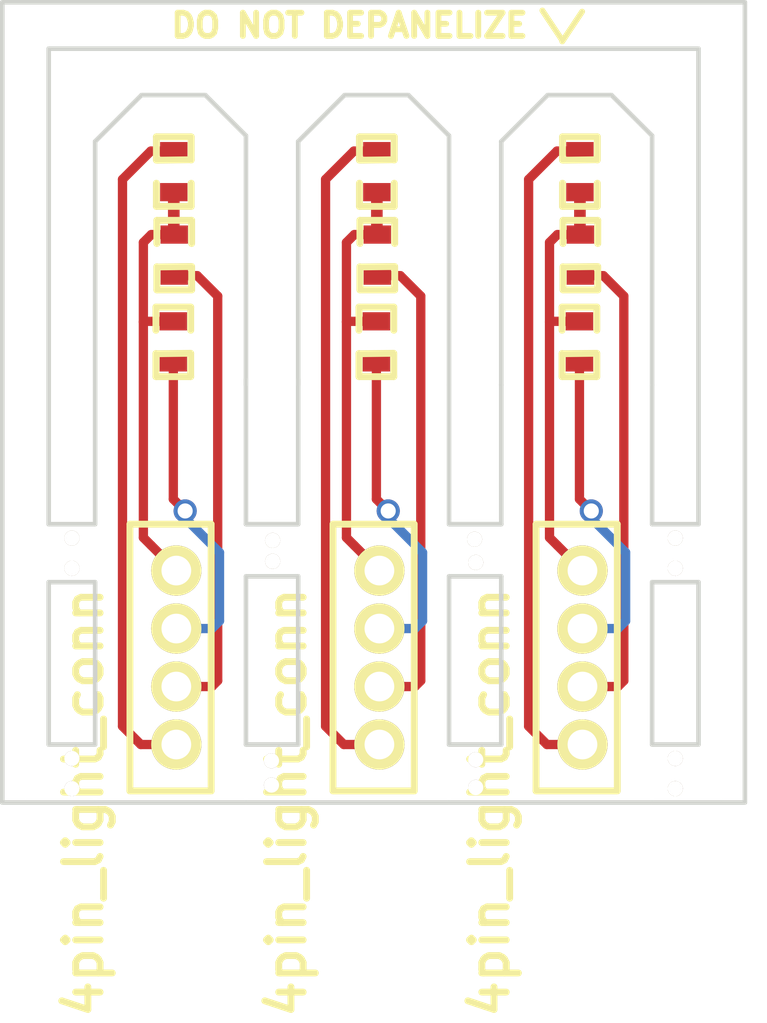
<source format=kicad_pcb>
(kicad_pcb (version 4) (host pcbnew "(2014-12-04 BZR 5312)-product")

  (general
    (links 0)
    (no_connects 8)
    (area 101.53319 59.893999 124.164991 80.7342)
    (thickness 1.6)
    (drawings 61)
    (tracks 87)
    (zones 0)
    (modules 28)
    (nets 5)
  )

  (page A4)
  (layers
    (0 F.Cu signal)
    (31 B.Cu signal)
    (32 B.Adhes user)
    (33 F.Adhes user)
    (34 B.Paste user)
    (35 F.Paste user)
    (36 B.SilkS user)
    (37 F.SilkS user)
    (38 B.Mask user)
    (39 F.Mask user)
    (40 Dwgs.User user)
    (41 Cmts.User user)
    (42 Eco1.User user)
    (43 Eco2.User user)
    (44 Edge.Cuts user)
    (45 Margin user)
    (46 B.CrtYd user)
    (47 F.CrtYd user)
    (48 B.Fab user)
    (49 F.Fab user)
  )

  (setup
    (last_trace_width 0.254)
    (user_trace_width 0.1524)
    (user_trace_width 0.1524)
    (user_trace_width 0.1524)
    (user_trace_width 0.1524)
    (user_trace_width 0.2032)
    (user_trace_width 0.2032)
    (user_trace_width 0.2032)
    (user_trace_width 0.2032)
    (user_trace_width 0.254)
    (user_trace_width 0.254)
    (user_trace_width 0.254)
    (user_trace_width 0.254)
    (trace_clearance 0.254)
    (zone_clearance 0.508)
    (zone_45_only no)
    (trace_min 0.1524)
    (segment_width 0.2)
    (edge_width 0.1)
    (via_size 0.889)
    (via_drill 0.635)
    (via_min_size 0.3302)
    (via_min_drill 0.3302)
    (user_via 0.3556 0.3302)
    (user_via 0.508 0.3302)
    (user_via 0.508 0.3302)
    (user_via 0.508 0.3302)
    (user_via 0.508 0.3302)
    (user_via 0.508 0.3302)
    (user_via 0.508 0.3302)
    (uvia_size 0.508)
    (uvia_drill 0.127)
    (uvias_allowed no)
    (uvia_min_size 0.508)
    (uvia_min_drill 0.127)
    (pcb_text_width 0.3)
    (pcb_text_size 1.5 1.5)
    (mod_edge_width 0.15)
    (mod_text_size 1 1)
    (mod_text_width 0.15)
    (pad_size 0.3302 0.3302)
    (pad_drill 0.3302)
    (pad_to_mask_clearance 0)
    (aux_axis_origin 0 0)
    (visible_elements 7FFEF77F)
    (pcbplotparams
      (layerselection 0x010f0_80000001)
      (usegerberextensions true)
      (excludeedgelayer true)
      (linewidth 0.100000)
      (plotframeref false)
      (viasonmask false)
      (mode 1)
      (useauxorigin false)
      (hpglpennumber 1)
      (hpglpenspeed 20)
      (hpglpendiameter 15)
      (hpglpenoverlay 2)
      (psnegative false)
      (psa4output false)
      (plotreference false)
      (plotvalue false)
      (plotinvisibletext false)
      (padsonsilk false)
      (subtractmaskfromsilk false)
      (outputformat 1)
      (mirror false)
      (drillshape 0)
      (scaleselection 1)
      (outputdirectory C:/KiCad/Projects/AMRR/Light/gerber_panel/))
  )

  (net 0 "")
  (net 1 PIN1)
  (net 2 PIN2)
  (net 3 PIN3)
  (net 4 VIN)

  (net_class Default "This is the default net class."
    (clearance 0.254)
    (trace_width 0.254)
    (via_dia 0.889)
    (via_drill 0.635)
    (uvia_dia 0.508)
    (uvia_drill 0.127)
    (add_net PIN1)
    (add_net PIN2)
    (add_net PIN3)
    (add_net VIN)
  )

  (module custom_footprints:4_pin_light_conn (layer F.Cu) (tedit 5515A907) (tstamp 5515AFB5)
    (at 112.522 76.2 90)
    (path /5515A9E2)
    (fp_text reference U1 (at 0 0 90) (layer F.SilkS) hide
      (effects (font (size 1.5 1.5) (thickness 0.15)))
    )
    (fp_text value 4pin_light_conn (at -1.27 -5.842 90) (layer F.SilkS)
      (effects (font (size 0.8 0.8) (thickness 0.15)))
    )
    (fp_line (start -1.016 -4.826) (end -1.016 -3.048) (layer F.SilkS) (width 0.15))
    (fp_line (start -1.016 -3.048) (end 4.826 -3.048) (layer F.SilkS) (width 0.15))
    (fp_line (start 4.826 -3.048) (end 4.826 -4.826) (layer F.SilkS) (width 0.15))
    (fp_line (start 4.826 -4.826) (end -1.016 -4.826) (layer F.SilkS) (width 0.15))
    (pad 1 thru_hole circle (at 0 -3.81 90) (size 1.1 1.1) (drill 0.65) (layers *.Cu *.Mask F.SilkS)
      (net 1 PIN1))
    (pad 2 thru_hole circle (at 1.27 -3.81 90) (size 1.1 1.1) (drill 0.65) (layers *.Cu *.Mask F.SilkS)
      (net 2 PIN2))
    (pad 3 thru_hole circle (at 2.54 -3.81 90) (size 1.1 1.1) (drill 0.65) (layers *.Cu *.Mask F.SilkS)
      (net 3 PIN3))
    (pad 4 thru_hole circle (at 3.81 -3.81 90) (size 1.1 1.1) (drill 0.65) (layers *.Cu *.Mask F.SilkS)
      (net 4 VIN))
  )

  (module custom_footprints:SMD-0402_LED (layer F.Cu) (tedit 55241461) (tstamp 5515AF89)
    (at 108.65612 63.6524 90)
    (path /5515A6DB)
    (attr smd)
    (fp_text reference D1 (at 0.0508 5.31368 180) (layer F.SilkS) hide
      (effects (font (size 1 1) (thickness 0.15)))
    )
    (fp_text value LED (at 0.15 1.65 90) (layer F.SilkS) hide
      (effects (font (size 1 1) (thickness 0.15)))
    )
    (fp_line (start 0.25 -0.38) (end 0.26 0.38) (layer F.SilkS) (width 0.15))
    (fp_line (start -0.254 -0.381) (end -0.762 -0.381) (layer F.SilkS) (width 0.15))
    (fp_line (start -0.762 -0.381) (end -0.762 0.381) (layer F.SilkS) (width 0.15))
    (fp_line (start -0.762 0.381) (end -0.254 0.381) (layer F.SilkS) (width 0.15))
    (fp_line (start 0.254 -0.381) (end 0.762 -0.381) (layer F.SilkS) (width 0.15))
    (fp_line (start 0.762 -0.381) (end 0.762 0.381) (layer F.SilkS) (width 0.15))
    (fp_line (start 0.762 0.381) (end 0.254 0.381) (layer F.SilkS) (width 0.15))
    (pad 1 smd rect (at -0.44958 0 90) (size 0.39878 0.59944) (layers F.Cu F.Paste F.Mask)
      (net 4 VIN))
    (pad 2 smd rect (at 0.44958 0 90) (size 0.39878 0.59944) (layers F.Cu F.Paste F.Mask)
      (net 1 PIN1))
    (model SMD_Packages/SMD-0402.wrl
      (at (xyz 0 0 0.002))
      (scale (xyz 0.05 0.05 0.05))
      (rotate (xyz 0 0 0))
    )
  )

  (module custom_footprints:SMD-0402_LED (layer F.Cu) (tedit 5515AA19) (tstamp 5515AF96)
    (at 108.66628 65.4812 270)
    (path /5515A7BB)
    (attr smd)
    (fp_text reference D2 (at -0.01 -1.73 270) (layer F.SilkS) hide
      (effects (font (size 1 1) (thickness 0.15)))
    )
    (fp_text value LED (at 0.15 1.65 270) (layer F.SilkS) hide
      (effects (font (size 1 1) (thickness 0.15)))
    )
    (fp_line (start 0.25 -0.38) (end 0.26 0.38) (layer F.SilkS) (width 0.15))
    (fp_line (start -0.254 -0.381) (end -0.762 -0.381) (layer F.SilkS) (width 0.15))
    (fp_line (start -0.762 -0.381) (end -0.762 0.381) (layer F.SilkS) (width 0.15))
    (fp_line (start -0.762 0.381) (end -0.254 0.381) (layer F.SilkS) (width 0.15))
    (fp_line (start 0.254 -0.381) (end 0.762 -0.381) (layer F.SilkS) (width 0.15))
    (fp_line (start 0.762 -0.381) (end 0.762 0.381) (layer F.SilkS) (width 0.15))
    (fp_line (start 0.762 0.381) (end 0.254 0.381) (layer F.SilkS) (width 0.15))
    (pad 1 smd rect (at -0.44958 0 270) (size 0.39878 0.59944) (layers F.Cu F.Paste F.Mask)
      (net 4 VIN))
    (pad 2 smd rect (at 0.44958 0 270) (size 0.39878 0.59944) (layers F.Cu F.Paste F.Mask)
      (net 2 PIN2))
    (model SMD_Packages/SMD-0402.wrl
      (at (xyz 0 0 0.002))
      (scale (xyz 0.05 0.05 0.05))
      (rotate (xyz 0 0 0))
    )
  )

  (module custom_footprints:SMD-0402_LED (layer F.Cu) (tedit 55241465) (tstamp 5515AFA3)
    (at 108.64596 67.38112 270)
    (path /5515A7E8)
    (attr smd)
    (fp_text reference D3 (at -0.10668 -5.14096 360) (layer F.SilkS) hide
      (effects (font (size 1 1) (thickness 0.15)))
    )
    (fp_text value LED (at 0.15 1.65 270) (layer F.SilkS) hide
      (effects (font (size 1 1) (thickness 0.15)))
    )
    (fp_line (start 0.25 -0.38) (end 0.26 0.38) (layer F.SilkS) (width 0.15))
    (fp_line (start -0.254 -0.381) (end -0.762 -0.381) (layer F.SilkS) (width 0.15))
    (fp_line (start -0.762 -0.381) (end -0.762 0.381) (layer F.SilkS) (width 0.15))
    (fp_line (start -0.762 0.381) (end -0.254 0.381) (layer F.SilkS) (width 0.15))
    (fp_line (start 0.254 -0.381) (end 0.762 -0.381) (layer F.SilkS) (width 0.15))
    (fp_line (start 0.762 -0.381) (end 0.762 0.381) (layer F.SilkS) (width 0.15))
    (fp_line (start 0.762 0.381) (end 0.254 0.381) (layer F.SilkS) (width 0.15))
    (pad 1 smd rect (at -0.44958 0 270) (size 0.39878 0.59944) (layers F.Cu F.Paste F.Mask)
      (net 4 VIN))
    (pad 2 smd rect (at 0.44958 0 270) (size 0.39878 0.59944) (layers F.Cu F.Paste F.Mask)
      (net 3 PIN3))
    (model SMD_Packages/SMD-0402.wrl
      (at (xyz 0 0 0.002))
      (scale (xyz 0.05 0.05 0.05))
      (rotate (xyz 0 0 0))
    )
  )

  (module custom_footprints:SMD-0402_LED (layer F.Cu) (tedit 55241461) (tstamp 5515AF89)
    (at 113.10112 63.6524 90)
    (path /5515A6DB)
    (attr smd)
    (fp_text reference D1 (at 0.0508 5.31368 180) (layer F.SilkS) hide
      (effects (font (size 1 1) (thickness 0.15)))
    )
    (fp_text value LED (at 0.15 1.65 90) (layer F.SilkS) hide
      (effects (font (size 1 1) (thickness 0.15)))
    )
    (fp_line (start 0.25 -0.38) (end 0.26 0.38) (layer F.SilkS) (width 0.15))
    (fp_line (start -0.254 -0.381) (end -0.762 -0.381) (layer F.SilkS) (width 0.15))
    (fp_line (start -0.762 -0.381) (end -0.762 0.381) (layer F.SilkS) (width 0.15))
    (fp_line (start -0.762 0.381) (end -0.254 0.381) (layer F.SilkS) (width 0.15))
    (fp_line (start 0.254 -0.381) (end 0.762 -0.381) (layer F.SilkS) (width 0.15))
    (fp_line (start 0.762 -0.381) (end 0.762 0.381) (layer F.SilkS) (width 0.15))
    (fp_line (start 0.762 0.381) (end 0.254 0.381) (layer F.SilkS) (width 0.15))
    (pad 1 smd rect (at -0.44958 0 90) (size 0.39878 0.59944) (layers F.Cu F.Paste F.Mask)
      (net 4 VIN))
    (pad 2 smd rect (at 0.44958 0 90) (size 0.39878 0.59944) (layers F.Cu F.Paste F.Mask)
      (net 1 PIN1))
    (model SMD_Packages/SMD-0402.wrl
      (at (xyz 0 0 0.002))
      (scale (xyz 0.05 0.05 0.05))
      (rotate (xyz 0 0 0))
    )
  )

  (module custom_footprints:SMD-0402_LED (layer F.Cu) (tedit 5515AA19) (tstamp 5515AF96)
    (at 113.11128 65.4812 270)
    (path /5515A7BB)
    (attr smd)
    (fp_text reference D2 (at -0.01 -1.73 270) (layer F.SilkS) hide
      (effects (font (size 1 1) (thickness 0.15)))
    )
    (fp_text value LED (at 0.15 1.65 270) (layer F.SilkS) hide
      (effects (font (size 1 1) (thickness 0.15)))
    )
    (fp_line (start 0.25 -0.38) (end 0.26 0.38) (layer F.SilkS) (width 0.15))
    (fp_line (start -0.254 -0.381) (end -0.762 -0.381) (layer F.SilkS) (width 0.15))
    (fp_line (start -0.762 -0.381) (end -0.762 0.381) (layer F.SilkS) (width 0.15))
    (fp_line (start -0.762 0.381) (end -0.254 0.381) (layer F.SilkS) (width 0.15))
    (fp_line (start 0.254 -0.381) (end 0.762 -0.381) (layer F.SilkS) (width 0.15))
    (fp_line (start 0.762 -0.381) (end 0.762 0.381) (layer F.SilkS) (width 0.15))
    (fp_line (start 0.762 0.381) (end 0.254 0.381) (layer F.SilkS) (width 0.15))
    (pad 1 smd rect (at -0.44958 0 270) (size 0.39878 0.59944) (layers F.Cu F.Paste F.Mask)
      (net 4 VIN))
    (pad 2 smd rect (at 0.44958 0 270) (size 0.39878 0.59944) (layers F.Cu F.Paste F.Mask)
      (net 2 PIN2))
    (model SMD_Packages/SMD-0402.wrl
      (at (xyz 0 0 0.002))
      (scale (xyz 0.05 0.05 0.05))
      (rotate (xyz 0 0 0))
    )
  )

  (module custom_footprints:SMD-0402_LED (layer F.Cu) (tedit 55241465) (tstamp 5515AFA3)
    (at 113.09096 67.38112 270)
    (path /5515A7E8)
    (attr smd)
    (fp_text reference D3 (at -0.10668 -5.14096 360) (layer F.SilkS) hide
      (effects (font (size 1 1) (thickness 0.15)))
    )
    (fp_text value LED (at 0.15 1.65 270) (layer F.SilkS) hide
      (effects (font (size 1 1) (thickness 0.15)))
    )
    (fp_line (start 0.25 -0.38) (end 0.26 0.38) (layer F.SilkS) (width 0.15))
    (fp_line (start -0.254 -0.381) (end -0.762 -0.381) (layer F.SilkS) (width 0.15))
    (fp_line (start -0.762 -0.381) (end -0.762 0.381) (layer F.SilkS) (width 0.15))
    (fp_line (start -0.762 0.381) (end -0.254 0.381) (layer F.SilkS) (width 0.15))
    (fp_line (start 0.254 -0.381) (end 0.762 -0.381) (layer F.SilkS) (width 0.15))
    (fp_line (start 0.762 -0.381) (end 0.762 0.381) (layer F.SilkS) (width 0.15))
    (fp_line (start 0.762 0.381) (end 0.254 0.381) (layer F.SilkS) (width 0.15))
    (pad 1 smd rect (at -0.44958 0 270) (size 0.39878 0.59944) (layers F.Cu F.Paste F.Mask)
      (net 4 VIN))
    (pad 2 smd rect (at 0.44958 0 270) (size 0.39878 0.59944) (layers F.Cu F.Paste F.Mask)
      (net 3 PIN3))
    (model SMD_Packages/SMD-0402.wrl
      (at (xyz 0 0 0.002))
      (scale (xyz 0.05 0.05 0.05))
      (rotate (xyz 0 0 0))
    )
  )

  (module custom_footprints:4_pin_light_conn (layer F.Cu) (tedit 5515A907) (tstamp 5515AFB5)
    (at 116.967 76.2 90)
    (path /5515A9E2)
    (fp_text reference U1 (at 0 0 90) (layer F.SilkS) hide
      (effects (font (size 1.5 1.5) (thickness 0.15)))
    )
    (fp_text value 4pin_light_conn (at -1.27 -5.842 90) (layer F.SilkS)
      (effects (font (size 0.8 0.8) (thickness 0.15)))
    )
    (fp_line (start -1.016 -4.826) (end -1.016 -3.048) (layer F.SilkS) (width 0.15))
    (fp_line (start -1.016 -3.048) (end 4.826 -3.048) (layer F.SilkS) (width 0.15))
    (fp_line (start 4.826 -3.048) (end 4.826 -4.826) (layer F.SilkS) (width 0.15))
    (fp_line (start 4.826 -4.826) (end -1.016 -4.826) (layer F.SilkS) (width 0.15))
    (pad 1 thru_hole circle (at 0 -3.81 90) (size 1.1 1.1) (drill 0.65) (layers *.Cu *.Mask F.SilkS)
      (net 1 PIN1))
    (pad 2 thru_hole circle (at 1.27 -3.81 90) (size 1.1 1.1) (drill 0.65) (layers *.Cu *.Mask F.SilkS)
      (net 2 PIN2))
    (pad 3 thru_hole circle (at 2.54 -3.81 90) (size 1.1 1.1) (drill 0.65) (layers *.Cu *.Mask F.SilkS)
      (net 3 PIN3))
    (pad 4 thru_hole circle (at 3.81 -3.81 90) (size 1.1 1.1) (drill 0.65) (layers *.Cu *.Mask F.SilkS)
      (net 4 VIN))
  )

  (module custom_footprints:SMD-0402_LED (layer F.Cu) (tedit 55241461) (tstamp 5515AF89)
    (at 117.54612 63.6524 90)
    (path /5515A6DB)
    (attr smd)
    (fp_text reference D1 (at 0.0508 5.31368 180) (layer F.SilkS) hide
      (effects (font (size 1 1) (thickness 0.15)))
    )
    (fp_text value LED (at 0.15 1.65 90) (layer F.SilkS) hide
      (effects (font (size 1 1) (thickness 0.15)))
    )
    (fp_line (start 0.25 -0.38) (end 0.26 0.38) (layer F.SilkS) (width 0.15))
    (fp_line (start -0.254 -0.381) (end -0.762 -0.381) (layer F.SilkS) (width 0.15))
    (fp_line (start -0.762 -0.381) (end -0.762 0.381) (layer F.SilkS) (width 0.15))
    (fp_line (start -0.762 0.381) (end -0.254 0.381) (layer F.SilkS) (width 0.15))
    (fp_line (start 0.254 -0.381) (end 0.762 -0.381) (layer F.SilkS) (width 0.15))
    (fp_line (start 0.762 -0.381) (end 0.762 0.381) (layer F.SilkS) (width 0.15))
    (fp_line (start 0.762 0.381) (end 0.254 0.381) (layer F.SilkS) (width 0.15))
    (pad 1 smd rect (at -0.44958 0 90) (size 0.39878 0.59944) (layers F.Cu F.Paste F.Mask)
      (net 4 VIN))
    (pad 2 smd rect (at 0.44958 0 90) (size 0.39878 0.59944) (layers F.Cu F.Paste F.Mask)
      (net 1 PIN1))
    (model SMD_Packages/SMD-0402.wrl
      (at (xyz 0 0 0.002))
      (scale (xyz 0.05 0.05 0.05))
      (rotate (xyz 0 0 0))
    )
  )

  (module custom_footprints:SMD-0402_LED (layer F.Cu) (tedit 5515AA19) (tstamp 5515AF96)
    (at 117.55628 65.4812 270)
    (path /5515A7BB)
    (attr smd)
    (fp_text reference D2 (at -0.01 -1.73 270) (layer F.SilkS) hide
      (effects (font (size 1 1) (thickness 0.15)))
    )
    (fp_text value LED (at 0.15 1.65 270) (layer F.SilkS) hide
      (effects (font (size 1 1) (thickness 0.15)))
    )
    (fp_line (start 0.25 -0.38) (end 0.26 0.38) (layer F.SilkS) (width 0.15))
    (fp_line (start -0.254 -0.381) (end -0.762 -0.381) (layer F.SilkS) (width 0.15))
    (fp_line (start -0.762 -0.381) (end -0.762 0.381) (layer F.SilkS) (width 0.15))
    (fp_line (start -0.762 0.381) (end -0.254 0.381) (layer F.SilkS) (width 0.15))
    (fp_line (start 0.254 -0.381) (end 0.762 -0.381) (layer F.SilkS) (width 0.15))
    (fp_line (start 0.762 -0.381) (end 0.762 0.381) (layer F.SilkS) (width 0.15))
    (fp_line (start 0.762 0.381) (end 0.254 0.381) (layer F.SilkS) (width 0.15))
    (pad 1 smd rect (at -0.44958 0 270) (size 0.39878 0.59944) (layers F.Cu F.Paste F.Mask)
      (net 4 VIN))
    (pad 2 smd rect (at 0.44958 0 270) (size 0.39878 0.59944) (layers F.Cu F.Paste F.Mask)
      (net 2 PIN2))
    (model SMD_Packages/SMD-0402.wrl
      (at (xyz 0 0 0.002))
      (scale (xyz 0.05 0.05 0.05))
      (rotate (xyz 0 0 0))
    )
  )

  (module custom_footprints:SMD-0402_LED (layer F.Cu) (tedit 55241465) (tstamp 5515AFA3)
    (at 117.53596 67.38112 270)
    (path /5515A7E8)
    (attr smd)
    (fp_text reference D3 (at -0.10668 -5.14096 360) (layer F.SilkS) hide
      (effects (font (size 1 1) (thickness 0.15)))
    )
    (fp_text value LED (at 0.15 1.65 270) (layer F.SilkS) hide
      (effects (font (size 1 1) (thickness 0.15)))
    )
    (fp_line (start 0.25 -0.38) (end 0.26 0.38) (layer F.SilkS) (width 0.15))
    (fp_line (start -0.254 -0.381) (end -0.762 -0.381) (layer F.SilkS) (width 0.15))
    (fp_line (start -0.762 -0.381) (end -0.762 0.381) (layer F.SilkS) (width 0.15))
    (fp_line (start -0.762 0.381) (end -0.254 0.381) (layer F.SilkS) (width 0.15))
    (fp_line (start 0.254 -0.381) (end 0.762 -0.381) (layer F.SilkS) (width 0.15))
    (fp_line (start 0.762 -0.381) (end 0.762 0.381) (layer F.SilkS) (width 0.15))
    (fp_line (start 0.762 0.381) (end 0.254 0.381) (layer F.SilkS) (width 0.15))
    (pad 1 smd rect (at -0.44958 0 270) (size 0.39878 0.59944) (layers F.Cu F.Paste F.Mask)
      (net 4 VIN))
    (pad 2 smd rect (at 0.44958 0 270) (size 0.39878 0.59944) (layers F.Cu F.Paste F.Mask)
      (net 3 PIN3))
    (model SMD_Packages/SMD-0402.wrl
      (at (xyz 0 0 0.002))
      (scale (xyz 0.05 0.05 0.05))
      (rotate (xyz 0 0 0))
    )
  )

  (module custom_footprints:4_pin_light_conn (layer F.Cu) (tedit 5515A907) (tstamp 5515AFB5)
    (at 121.412 76.2 90)
    (path /5515A9E2)
    (fp_text reference U1 (at 0 0 90) (layer F.SilkS) hide
      (effects (font (size 1.5 1.5) (thickness 0.15)))
    )
    (fp_text value 4pin_light_conn (at -1.27 -5.842 90) (layer F.SilkS)
      (effects (font (size 0.8 0.8) (thickness 0.15)))
    )
    (fp_line (start -1.016 -4.826) (end -1.016 -3.048) (layer F.SilkS) (width 0.15))
    (fp_line (start -1.016 -3.048) (end 4.826 -3.048) (layer F.SilkS) (width 0.15))
    (fp_line (start 4.826 -3.048) (end 4.826 -4.826) (layer F.SilkS) (width 0.15))
    (fp_line (start 4.826 -4.826) (end -1.016 -4.826) (layer F.SilkS) (width 0.15))
    (pad 1 thru_hole circle (at 0 -3.81 90) (size 1.1 1.1) (drill 0.65) (layers *.Cu *.Mask F.SilkS)
      (net 1 PIN1))
    (pad 2 thru_hole circle (at 1.27 -3.81 90) (size 1.1 1.1) (drill 0.65) (layers *.Cu *.Mask F.SilkS)
      (net 2 PIN2))
    (pad 3 thru_hole circle (at 2.54 -3.81 90) (size 1.1 1.1) (drill 0.65) (layers *.Cu *.Mask F.SilkS)
      (net 3 PIN3))
    (pad 4 thru_hole circle (at 3.81 -3.81 90) (size 1.1 1.1) (drill 0.65) (layers *.Cu *.Mask F.SilkS)
      (net 4 VIN))
  )

  (module custom:HOLE_min (layer F.Cu) (tedit 55249404) (tstamp 55249660)
    (at 110.7948 76.5556)
    (fp_text reference HOLE (at 0 2.54) (layer F.SilkS) hide
      (effects (font (size 1 1) (thickness 0.15)))
    )
    (fp_text value VAL** (at -2.54 -2.54) (layer F.SilkS) hide
      (effects (font (size 1 1) (thickness 0.15)))
    )
    (pad 1 thru_hole circle (at 0 0) (size 0.3302 0.3302) (drill 0.3302) (layers *.Cu *.Mask F.SilkS))
  )

  (module custom:HOLE_min (layer F.Cu) (tedit 55249404) (tstamp 55249669)
    (at 110.7948 77.089)
    (fp_text reference HOLE (at 0 2.54) (layer F.SilkS) hide
      (effects (font (size 1 1) (thickness 0.15)))
    )
    (fp_text value VAL** (at -2.54 -2.54) (layer F.SilkS) hide
      (effects (font (size 1 1) (thickness 0.15)))
    )
    (pad 1 thru_hole circle (at 0 0) (size 0.3302 0.3302) (drill 0.3302) (layers *.Cu *.Mask F.SilkS))
  )

  (module custom:HOLE_min (layer F.Cu) (tedit 55249404) (tstamp 55249672)
    (at 110.8202 71.7296)
    (fp_text reference HOLE (at 0 2.54) (layer F.SilkS) hide
      (effects (font (size 1 1) (thickness 0.15)))
    )
    (fp_text value VAL** (at -2.54 -2.54) (layer F.SilkS) hide
      (effects (font (size 1 1) (thickness 0.15)))
    )
    (pad 1 thru_hole circle (at 0 0) (size 0.3302 0.3302) (drill 0.3302) (layers *.Cu *.Mask F.SilkS))
  )

  (module custom:HOLE_min (layer F.Cu) (tedit 55249404) (tstamp 5524967B)
    (at 110.8202 72.1868)
    (fp_text reference HOLE (at 0 2.54) (layer F.SilkS) hide
      (effects (font (size 1 1) (thickness 0.15)))
    )
    (fp_text value VAL** (at -2.54 -2.54) (layer F.SilkS) hide
      (effects (font (size 1 1) (thickness 0.15)))
    )
    (pad 1 thru_hole circle (at 0 0) (size 0.3302 0.3302) (drill 0.3302) (layers *.Cu *.Mask F.SilkS))
  )

  (module custom:HOLE_min (layer F.Cu) (tedit 55249404) (tstamp 55249684)
    (at 115.2398 71.7042)
    (fp_text reference HOLE (at 0 2.54) (layer F.SilkS) hide
      (effects (font (size 1 1) (thickness 0.15)))
    )
    (fp_text value VAL** (at -2.54 -2.54) (layer F.SilkS) hide
      (effects (font (size 1 1) (thickness 0.15)))
    )
    (pad 1 thru_hole circle (at 0 0) (size 0.3302 0.3302) (drill 0.3302) (layers *.Cu *.Mask F.SilkS))
  )

  (module custom:HOLE_min (layer F.Cu) (tedit 55249404) (tstamp 5524968D)
    (at 115.2652 72.2122)
    (fp_text reference HOLE (at 0 2.54) (layer F.SilkS) hide
      (effects (font (size 1 1) (thickness 0.15)))
    )
    (fp_text value VAL** (at -2.54 -2.54) (layer F.SilkS) hide
      (effects (font (size 1 1) (thickness 0.15)))
    )
    (pad 1 thru_hole circle (at 0 0) (size 0.3302 0.3302) (drill 0.3302) (layers *.Cu *.Mask F.SilkS))
  )

  (module custom:HOLE_min (layer F.Cu) (tedit 55249404) (tstamp 55249696)
    (at 115.2652 76.5302)
    (fp_text reference HOLE (at 0 2.54) (layer F.SilkS) hide
      (effects (font (size 1 1) (thickness 0.15)))
    )
    (fp_text value VAL** (at -2.54 -2.54) (layer F.SilkS) hide
      (effects (font (size 1 1) (thickness 0.15)))
    )
    (pad 1 thru_hole circle (at 0 0) (size 0.3302 0.3302) (drill 0.3302) (layers *.Cu *.Mask F.SilkS))
  )

  (module custom:HOLE_min (layer F.Cu) (tedit 55249404) (tstamp 5524969F)
    (at 115.2652 77.1398)
    (fp_text reference HOLE (at 0 2.54) (layer F.SilkS) hide
      (effects (font (size 1 1) (thickness 0.15)))
    )
    (fp_text value VAL** (at -2.54 -2.54) (layer F.SilkS) hide
      (effects (font (size 1 1) (thickness 0.15)))
    )
    (pad 1 thru_hole circle (at 0 0) (size 0.3302 0.3302) (drill 0.3302) (layers *.Cu *.Mask F.SilkS))
  )

  (module custom:HOLE_min (layer F.Cu) (tedit 55249404) (tstamp 552496D3)
    (at 119.634 71.6788)
    (fp_text reference HOLE (at 0 2.54) (layer F.SilkS) hide
      (effects (font (size 1 1) (thickness 0.15)))
    )
    (fp_text value VAL** (at -2.54 -2.54) (layer F.SilkS) hide
      (effects (font (size 1 1) (thickness 0.15)))
    )
    (pad 1 thru_hole circle (at 0 0) (size 0.3302 0.3302) (drill 0.3302) (layers *.Cu *.Mask F.SilkS))
  )

  (module custom:HOLE_min (layer F.Cu) (tedit 55249404) (tstamp 552496DC)
    (at 119.634 72.3392)
    (fp_text reference HOLE (at 0 2.54) (layer F.SilkS) hide
      (effects (font (size 1 1) (thickness 0.15)))
    )
    (fp_text value VAL** (at -2.54 -2.54) (layer F.SilkS) hide
      (effects (font (size 1 1) (thickness 0.15)))
    )
    (pad 1 thru_hole circle (at 0 0) (size 0.3302 0.3302) (drill 0.3302) (layers *.Cu *.Mask F.SilkS))
  )

  (module custom:HOLE_min (layer F.Cu) (tedit 55249404) (tstamp 552496E5)
    (at 119.634 76.5048)
    (fp_text reference HOLE (at 0 2.54) (layer F.SilkS) hide
      (effects (font (size 1 1) (thickness 0.15)))
    )
    (fp_text value VAL** (at -2.54 -2.54) (layer F.SilkS) hide
      (effects (font (size 1 1) (thickness 0.15)))
    )
    (pad 1 thru_hole circle (at 0 0) (size 0.3302 0.3302) (drill 0.3302) (layers *.Cu *.Mask F.SilkS))
  )

  (module custom:HOLE_min (layer F.Cu) (tedit 55249404) (tstamp 552496EE)
    (at 119.634 77.1652)
    (fp_text reference HOLE (at 0 2.54) (layer F.SilkS) hide
      (effects (font (size 1 1) (thickness 0.15)))
    )
    (fp_text value VAL** (at -2.54 -2.54) (layer F.SilkS) hide
      (effects (font (size 1 1) (thickness 0.15)))
    )
    (pad 1 thru_hole circle (at 0 0) (size 0.3302 0.3302) (drill 0.3302) (layers *.Cu *.Mask F.SilkS))
  )

  (module custom:HOLE_min (layer F.Cu) (tedit 55249404) (tstamp 552496F7)
    (at 106.426 71.6788)
    (fp_text reference HOLE (at 0 2.54) (layer F.SilkS) hide
      (effects (font (size 1 1) (thickness 0.15)))
    )
    (fp_text value VAL** (at -2.54 -2.54) (layer F.SilkS) hide
      (effects (font (size 1 1) (thickness 0.15)))
    )
    (pad 1 thru_hole circle (at 0 0) (size 0.3302 0.3302) (drill 0.3302) (layers *.Cu *.Mask F.SilkS))
  )

  (module custom:HOLE_min (layer F.Cu) (tedit 55249404) (tstamp 55249700)
    (at 106.426 72.3392)
    (fp_text reference HOLE (at 0 2.54) (layer F.SilkS) hide
      (effects (font (size 1 1) (thickness 0.15)))
    )
    (fp_text value VAL** (at -2.54 -2.54) (layer F.SilkS) hide
      (effects (font (size 1 1) (thickness 0.15)))
    )
    (pad 1 thru_hole circle (at 0 0) (size 0.3302 0.3302) (drill 0.3302) (layers *.Cu *.Mask F.SilkS))
  )

  (module custom:HOLE_min (layer F.Cu) (tedit 55249404) (tstamp 55249709)
    (at 106.426 76.5048)
    (fp_text reference HOLE (at 0 2.54) (layer F.SilkS) hide
      (effects (font (size 1 1) (thickness 0.15)))
    )
    (fp_text value VAL** (at -2.54 -2.54) (layer F.SilkS) hide
      (effects (font (size 1 1) (thickness 0.15)))
    )
    (pad 1 thru_hole circle (at 0 0) (size 0.3302 0.3302) (drill 0.3302) (layers *.Cu *.Mask F.SilkS))
  )

  (module custom:HOLE_min (layer F.Cu) (tedit 55249404) (tstamp 55249712)
    (at 106.426 77.1652)
    (fp_text reference HOLE (at 0 2.54) (layer F.SilkS) hide
      (effects (font (size 1 1) (thickness 0.15)))
    )
    (fp_text value VAL** (at -2.54 -2.54) (layer F.SilkS) hide
      (effects (font (size 1 1) (thickness 0.15)))
    )
    (pad 1 thru_hole circle (at 0 0) (size 0.3302 0.3302) (drill 0.3302) (layers *.Cu *.Mask F.SilkS))
  )

  (gr_text "DO NOT DEPANELIZE \\/" (at 113.1316 60.452) (layer F.SilkS)
    (effects (font (size 0.508 0.508) (thickness 0.127)))
  )
  (gr_line (start 105.918 72.644) (end 105.918 76.2) (angle 90) (layer Edge.Cuts) (width 0.1))
  (gr_line (start 121.158 77.47) (end 120.65 77.47) (angle 90) (layer Edge.Cuts) (width 0.1))
  (gr_line (start 121.158 59.944) (end 121.158 77.47) (angle 90) (layer Edge.Cuts) (width 0.1))
  (gr_line (start 104.902 59.944) (end 121.158 59.944) (angle 90) (layer Edge.Cuts) (width 0.1))
  (gr_line (start 104.902 77.47) (end 104.902 59.944) (angle 90) (layer Edge.Cuts) (width 0.1))
  (gr_line (start 105.41 77.47) (end 104.902 77.47) (angle 90) (layer Edge.Cuts) (width 0.1))
  (gr_line (start 105.918 76.2) (end 106.934 76.2) (angle 90) (layer Edge.Cuts) (width 0.1))
  (gr_line (start 105.918 72.644) (end 106.934 72.644) (angle 90) (layer Edge.Cuts) (width 0.1))
  (gr_line (start 105.918 71.374) (end 106.934 71.374) (angle 90) (layer Edge.Cuts) (width 0.1))
  (gr_line (start 120.142 76.2) (end 119.126 76.2) (angle 90) (layer Edge.Cuts) (width 0.1))
  (gr_line (start 120.142 72.644) (end 120.142 76.2) (angle 90) (layer Edge.Cuts) (width 0.1))
  (gr_line (start 120.142 72.644) (end 119.126 72.644) (angle 90) (layer Edge.Cuts) (width 0.1))
  (gr_line (start 119.126 71.374) (end 120.142 71.374) (angle 90) (layer Edge.Cuts) (width 0.1))
  (gr_line (start 120.142 60.96) (end 105.918 60.96) (angle 90) (layer Edge.Cuts) (width 0.1))
  (gr_line (start 120.142 71.374) (end 120.142 60.96) (angle 90) (layer Edge.Cuts) (width 0.1))
  (gr_line (start 105.918 71.374) (end 105.918 60.96) (angle 90) (layer Edge.Cuts) (width 0.1))
  (gr_line (start 119.126 71.374) (end 119.126 68.326) (angle 90) (layer Edge.Cuts) (width 0.1))
  (gr_line (start 106.934 68.326) (end 106.934 71.374) (angle 90) (layer Edge.Cuts) (width 0.1))
  (gr_line (start 119.126 72.644) (end 119.126 76.2) (angle 90) (layer Edge.Cuts) (width 0.1))
  (gr_line (start 106.934 72.644) (end 106.934 76.2) (angle 90) (layer Edge.Cuts) (width 0.1))
  (gr_line (start 119.126 77.47) (end 120.65 77.47) (angle 90) (layer Edge.Cuts) (width 0.1))
  (gr_line (start 105.41 77.47) (end 106.934 77.47) (angle 90) (layer Edge.Cuts) (width 0.1))
  (gr_line (start 115.824 76.2) (end 115.824 72.517) (angle 90) (layer Edge.Cuts) (width 0.1))
  (gr_line (start 114.681 76.2) (end 115.824 76.2) (angle 90) (layer Edge.Cuts) (width 0.1))
  (gr_line (start 114.681 72.517) (end 114.681 76.2) (angle 90) (layer Edge.Cuts) (width 0.1))
  (gr_line (start 115.824 71.374) (end 115.824 68.326) (angle 90) (layer Edge.Cuts) (width 0.1))
  (gr_line (start 114.681 71.374) (end 115.824 71.374) (angle 90) (layer Edge.Cuts) (width 0.1))
  (gr_line (start 114.681 68.326) (end 114.681 71.374) (angle 90) (layer Edge.Cuts) (width 0.1))
  (gr_line (start 111.379 76.2) (end 111.379 72.517) (angle 90) (layer Edge.Cuts) (width 0.1))
  (gr_line (start 110.236 76.2) (end 111.379 76.2) (angle 90) (layer Edge.Cuts) (width 0.1))
  (gr_line (start 110.236 72.517) (end 110.236 76.2) (angle 90) (layer Edge.Cuts) (width 0.1))
  (gr_line (start 111.379 71.374) (end 111.379 68.199) (angle 90) (layer Edge.Cuts) (width 0.1))
  (gr_line (start 110.236 71.374) (end 111.379 71.374) (angle 90) (layer Edge.Cuts) (width 0.1))
  (gr_line (start 110.236 68.199) (end 110.236 71.374) (angle 90) (layer Edge.Cuts) (width 0.1))
  (gr_line (start 114.681 77.47) (end 115.824 77.47) (angle 90) (layer Edge.Cuts) (width 0.1))
  (gr_line (start 114.681 76.2) (end 115.824 76.2) (angle 90) (layer Edge.Cuts) (width 0.1))
  (gr_line (start 110.236 76.2) (end 111.379 76.2) (angle 90) (layer Edge.Cuts) (width 0.1))
  (gr_line (start 110.236 77.47) (end 111.379 77.47) (angle 90) (layer Edge.Cuts) (width 0.1))
  (gr_line (start 114.681 72.517) (end 115.824 72.517) (angle 90) (layer Edge.Cuts) (width 0.1))
  (gr_line (start 114.681 71.374) (end 115.824 71.374) (angle 90) (layer Edge.Cuts) (width 0.1))
  (gr_line (start 110.236 72.517) (end 111.379 72.517) (angle 90) (layer Edge.Cuts) (width 0.1))
  (gr_line (start 110.236 71.374) (end 111.379 71.374) (angle 90) (layer Edge.Cuts) (width 0.1))
  (gr_line (start 107.95 61.976) (end 109.347 61.976) (angle 90) (layer Edge.Cuts) (width 0.1))
  (gr_line (start 110.236 62.865) (end 109.347 61.976) (angle 90) (layer Edge.Cuts) (width 0.1))
  (gr_line (start 110.236 68.326) (end 110.236 62.865) (angle 90) (layer Edge.Cuts) (width 0.1))
  (gr_line (start 106.934 62.992) (end 107.95 61.976) (angle 90) (layer Edge.Cuts) (width 0.1))
  (gr_line (start 106.934 68.326) (end 106.934 62.992) (angle 90) (layer Edge.Cuts) (width 0.1))
  (gr_line (start 110.236 77.47) (end 106.934 77.47) (angle 90) (layer Edge.Cuts) (width 0.1))
  (gr_line (start 112.395 61.976) (end 113.792 61.976) (angle 90) (layer Edge.Cuts) (width 0.1))
  (gr_line (start 114.681 62.865) (end 113.792 61.976) (angle 90) (layer Edge.Cuts) (width 0.1))
  (gr_line (start 114.681 68.326) (end 114.681 62.865) (angle 90) (layer Edge.Cuts) (width 0.1))
  (gr_line (start 111.379 62.992) (end 112.395 61.976) (angle 90) (layer Edge.Cuts) (width 0.1))
  (gr_line (start 111.379 68.326) (end 111.379 62.992) (angle 90) (layer Edge.Cuts) (width 0.1))
  (gr_line (start 114.681 77.47) (end 111.379 77.47) (angle 90) (layer Edge.Cuts) (width 0.1))
  (gr_line (start 116.84 61.976) (end 118.237 61.976) (angle 90) (layer Edge.Cuts) (width 0.1))
  (gr_line (start 119.126 62.865) (end 118.237 61.976) (angle 90) (layer Edge.Cuts) (width 0.1))
  (gr_line (start 119.126 68.326) (end 119.126 62.865) (angle 90) (layer Edge.Cuts) (width 0.1))
  (gr_line (start 115.824 62.992) (end 116.84 61.976) (angle 90) (layer Edge.Cuts) (width 0.1))
  (gr_line (start 115.824 68.326) (end 115.824 62.992) (angle 90) (layer Edge.Cuts) (width 0.1))
  (gr_line (start 119.126 77.47) (end 115.824 77.47) (angle 90) (layer Edge.Cuts) (width 0.1))

  (segment (start 117.54612 63.20282) (end 117.0432 63.20282) (width 0.2032) (layer F.Cu) (net 1))
  (segment (start 117.0432 63.20282) (end 116.423429 63.822591) (width 0.2032) (layer F.Cu) (net 1))
  (segment (start 116.423429 63.822591) (end 116.423429 75.799246) (width 0.2032) (layer F.Cu) (net 1))
  (segment (start 116.423429 75.799246) (end 116.824183 76.2) (width 0.2032) (layer F.Cu) (net 1))
  (segment (start 116.824183 76.2) (end 117.602 76.2) (width 0.2032) (layer F.Cu) (net 1))
  (segment (start 113.10112 63.20282) (end 112.5982 63.20282) (width 0.2032) (layer F.Cu) (net 1))
  (segment (start 112.5982 63.20282) (end 111.978429 63.822591) (width 0.2032) (layer F.Cu) (net 1))
  (segment (start 111.978429 63.822591) (end 111.978429 75.799246) (width 0.2032) (layer F.Cu) (net 1))
  (segment (start 111.978429 75.799246) (end 112.379183 76.2) (width 0.2032) (layer F.Cu) (net 1))
  (segment (start 112.379183 76.2) (end 113.157 76.2) (width 0.2032) (layer F.Cu) (net 1))
  (segment (start 108.65612 63.20282) (end 108.1532 63.20282) (width 0.2032) (layer F.Cu) (net 1))
  (segment (start 108.1532 63.20282) (end 107.533429 63.822591) (width 0.2032) (layer F.Cu) (net 1))
  (segment (start 107.533429 63.822591) (end 107.533429 75.799246) (width 0.2032) (layer F.Cu) (net 1))
  (segment (start 107.533429 75.799246) (end 107.934183 76.2) (width 0.2032) (layer F.Cu) (net 1))
  (segment (start 107.934183 76.2) (end 108.712 76.2) (width 0.2032) (layer F.Cu) (net 1))
  (segment (start 117.55628 65.93078) (end 118.0592 65.93078) (width 0.2032) (layer F.Cu) (net 2))
  (segment (start 118.0592 65.93078) (end 118.507601 66.379181) (width 0.2032) (layer F.Cu) (net 2))
  (segment (start 118.507601 66.379181) (end 118.507601 74.802216) (width 0.2032) (layer F.Cu) (net 2))
  (segment (start 118.507601 74.802216) (end 118.379817 74.93) (width 0.2032) (layer F.Cu) (net 2))
  (segment (start 118.379817 74.93) (end 117.602 74.93) (width 0.2032) (layer F.Cu) (net 2))
  (segment (start 117.55628 65.93078) (end 117.65661 65.93078) (width 0.254) (layer F.Cu) (net 2))
  (segment (start 113.11128 65.93078) (end 113.6142 65.93078) (width 0.2032) (layer F.Cu) (net 2))
  (segment (start 113.6142 65.93078) (end 114.062601 66.379181) (width 0.2032) (layer F.Cu) (net 2))
  (segment (start 114.062601 66.379181) (end 114.062601 74.802216) (width 0.2032) (layer F.Cu) (net 2))
  (segment (start 114.062601 74.802216) (end 113.934817 74.93) (width 0.2032) (layer F.Cu) (net 2))
  (segment (start 113.934817 74.93) (end 113.157 74.93) (width 0.2032) (layer F.Cu) (net 2))
  (segment (start 113.11128 65.93078) (end 113.21161 65.93078) (width 0.254) (layer F.Cu) (net 2))
  (segment (start 108.66628 65.93078) (end 109.1692 65.93078) (width 0.2032) (layer F.Cu) (net 2))
  (segment (start 109.1692 65.93078) (end 109.617601 66.379181) (width 0.2032) (layer F.Cu) (net 2))
  (segment (start 109.617601 66.379181) (end 109.617601 74.802216) (width 0.2032) (layer F.Cu) (net 2))
  (segment (start 109.617601 74.802216) (end 109.489817 74.93) (width 0.2032) (layer F.Cu) (net 2))
  (segment (start 109.489817 74.93) (end 108.712 74.93) (width 0.2032) (layer F.Cu) (net 2))
  (segment (start 108.66628 65.93078) (end 108.76661 65.93078) (width 0.254) (layer F.Cu) (net 2))
  (segment (start 118.54688 71.99459) (end 118.54688 73.492937) (width 0.2032) (layer B.Cu) (net 3))
  (segment (start 118.54688 73.492937) (end 118.379817 73.66) (width 0.2032) (layer B.Cu) (net 3))
  (segment (start 118.379817 73.66) (end 117.602 73.66) (width 0.2032) (layer B.Cu) (net 3))
  (segment (start 117.79504 71.08444) (end 117.79504 71.24275) (width 0.2032) (layer B.Cu) (net 3))
  (segment (start 117.79504 71.24275) (end 118.54688 71.99459) (width 0.2032) (layer B.Cu) (net 3))
  (segment (start 117.53596 67.8307) (end 117.53596 70.82536) (width 0.2032) (layer F.Cu) (net 3))
  (segment (start 117.53596 70.82536) (end 117.79504 71.08444) (width 0.2032) (layer F.Cu) (net 3))
  (via (at 117.79504 71.08444) (size 0.508) (drill 0.3302) (layers F.Cu B.Cu) (net 3))
  (segment (start 114.10188 71.99459) (end 114.10188 73.492937) (width 0.2032) (layer B.Cu) (net 3))
  (segment (start 114.10188 73.492937) (end 113.934817 73.66) (width 0.2032) (layer B.Cu) (net 3))
  (segment (start 113.934817 73.66) (end 113.157 73.66) (width 0.2032) (layer B.Cu) (net 3))
  (segment (start 113.35004 71.08444) (end 113.35004 71.24275) (width 0.2032) (layer B.Cu) (net 3))
  (segment (start 113.35004 71.24275) (end 114.10188 71.99459) (width 0.2032) (layer B.Cu) (net 3))
  (segment (start 113.09096 67.8307) (end 113.09096 70.82536) (width 0.2032) (layer F.Cu) (net 3))
  (segment (start 113.09096 70.82536) (end 113.35004 71.08444) (width 0.2032) (layer F.Cu) (net 3))
  (via (at 113.35004 71.08444) (size 0.508) (drill 0.3302) (layers F.Cu B.Cu) (net 3))
  (segment (start 109.65688 71.99459) (end 109.65688 73.492937) (width 0.2032) (layer B.Cu) (net 3))
  (segment (start 109.65688 73.492937) (end 109.489817 73.66) (width 0.2032) (layer B.Cu) (net 3))
  (segment (start 109.489817 73.66) (end 108.712 73.66) (width 0.2032) (layer B.Cu) (net 3))
  (segment (start 108.90504 71.08444) (end 108.90504 71.24275) (width 0.2032) (layer B.Cu) (net 3))
  (segment (start 108.90504 71.24275) (end 109.65688 71.99459) (width 0.2032) (layer B.Cu) (net 3))
  (segment (start 108.64596 67.8307) (end 108.64596 70.82536) (width 0.2032) (layer F.Cu) (net 3))
  (segment (start 108.64596 70.82536) (end 108.90504 71.08444) (width 0.2032) (layer F.Cu) (net 3))
  (via (at 108.90504 71.08444) (size 0.508) (drill 0.3302) (layers F.Cu B.Cu) (net 3))
  (segment (start 116.880639 65.204341) (end 116.880639 66.944817) (width 0.2032) (layer F.Cu) (net 4))
  (segment (start 116.880639 66.944817) (end 116.880639 71.668639) (width 0.2032) (layer F.Cu) (net 4))
  (segment (start 117.53596 66.93154) (end 116.893916 66.93154) (width 0.2032) (layer F.Cu) (net 4))
  (segment (start 116.893916 66.93154) (end 116.880639 66.944817) (width 0.2032) (layer F.Cu) (net 4))
  (segment (start 117.55628 65.03162) (end 117.05336 65.03162) (width 0.2032) (layer F.Cu) (net 4))
  (segment (start 116.880639 71.668639) (end 117.052001 71.840001) (width 0.2032) (layer F.Cu) (net 4))
  (segment (start 117.05336 65.03162) (end 116.880639 65.204341) (width 0.2032) (layer F.Cu) (net 4))
  (segment (start 117.052001 71.840001) (end 117.602 72.39) (width 0.2032) (layer F.Cu) (net 4))
  (segment (start 117.54612 64.10198) (end 117.54612 65.02146) (width 0.254) (layer F.Cu) (net 4))
  (segment (start 117.54612 65.02146) (end 117.55628 65.03162) (width 0.254) (layer F.Cu) (net 4))
  (segment (start 112.435639 65.204341) (end 112.435639 66.944817) (width 0.2032) (layer F.Cu) (net 4))
  (segment (start 112.435639 66.944817) (end 112.435639 71.668639) (width 0.2032) (layer F.Cu) (net 4))
  (segment (start 113.09096 66.93154) (end 112.448916 66.93154) (width 0.2032) (layer F.Cu) (net 4))
  (segment (start 112.448916 66.93154) (end 112.435639 66.944817) (width 0.2032) (layer F.Cu) (net 4))
  (segment (start 113.11128 65.03162) (end 112.60836 65.03162) (width 0.2032) (layer F.Cu) (net 4))
  (segment (start 112.435639 71.668639) (end 112.607001 71.840001) (width 0.2032) (layer F.Cu) (net 4))
  (segment (start 112.60836 65.03162) (end 112.435639 65.204341) (width 0.2032) (layer F.Cu) (net 4))
  (segment (start 112.607001 71.840001) (end 113.157 72.39) (width 0.2032) (layer F.Cu) (net 4))
  (segment (start 113.10112 64.10198) (end 113.10112 65.02146) (width 0.254) (layer F.Cu) (net 4))
  (segment (start 113.10112 65.02146) (end 113.11128 65.03162) (width 0.254) (layer F.Cu) (net 4))
  (segment (start 107.990639 65.204341) (end 107.990639 66.944817) (width 0.2032) (layer F.Cu) (net 4))
  (segment (start 107.990639 66.944817) (end 107.990639 71.668639) (width 0.2032) (layer F.Cu) (net 4))
  (segment (start 108.64596 66.93154) (end 108.003916 66.93154) (width 0.2032) (layer F.Cu) (net 4))
  (segment (start 108.003916 66.93154) (end 107.990639 66.944817) (width 0.2032) (layer F.Cu) (net 4))
  (segment (start 108.66628 65.03162) (end 108.16336 65.03162) (width 0.2032) (layer F.Cu) (net 4))
  (segment (start 107.990639 71.668639) (end 108.162001 71.840001) (width 0.2032) (layer F.Cu) (net 4))
  (segment (start 108.16336 65.03162) (end 107.990639 65.204341) (width 0.2032) (layer F.Cu) (net 4))
  (segment (start 108.162001 71.840001) (end 108.712 72.39) (width 0.2032) (layer F.Cu) (net 4))
  (segment (start 108.65612 64.10198) (end 108.65612 65.02146) (width 0.254) (layer F.Cu) (net 4))
  (segment (start 108.65612 65.02146) (end 108.66628 65.03162) (width 0.254) (layer F.Cu) (net 4))

)

</source>
